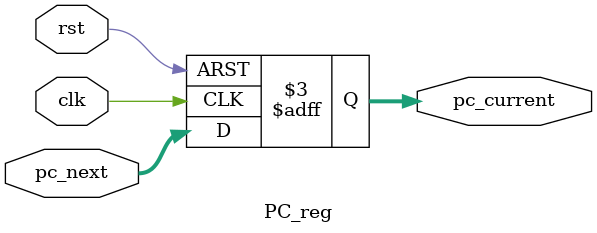
<source format=v>
module PC_reg(
    input clk,
    input rst,
    input [31:0] pc_next,
    output reg [31:0] pc_current
    );
always @(posedge clk or negedge rst) begin
// asyn active low rst
    if (! rst) begin
        pc_current <= 32'b0;
    end
    
    else begin
    pc_current <= pc_next;
    end
end
endmodule
</source>
